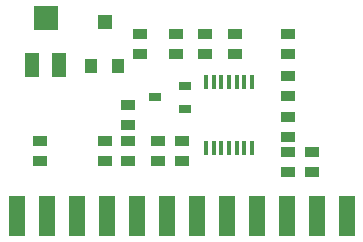
<source format=gbs>
%FSLAX46Y46*%
G04 Gerber Fmt 4.6, Leading zero omitted, Abs format (unit mm)*
G04 Created by KiCad (PCBNEW (2014-09-02 BZR 5112)-product) date 2014-09-07 2:51:26 PM*
%MOMM*%
G01*
G04 APERTURE LIST*
%ADD10C,0.150000*%
%ADD11R,1.000760X0.701040*%
%ADD12R,1.998980X1.998980*%
%ADD13R,1.300480X1.998980*%
%ADD14R,1.143000X0.812800*%
%ADD15R,1.000000X1.250000*%
%ADD16R,1.200000X1.250000*%
%ADD17R,1.350000X3.500000*%
%ADD18R,0.299720X1.300480*%
G04 APERTURE END LIST*
D10*
D11*
X154230000Y-89500000D03*
X156770000Y-90452500D03*
X156770000Y-88547500D03*
D12*
X145000000Y-82751020D03*
D13*
X146150620Y-86748980D03*
X143849380Y-86748980D03*
D14*
X152000000Y-93149100D03*
X152000000Y-94850900D03*
X150000000Y-93149100D03*
X150000000Y-94850900D03*
X156500000Y-93149100D03*
X156500000Y-94850900D03*
X154500000Y-93149100D03*
X154500000Y-94850900D03*
X144500000Y-94850900D03*
X144500000Y-93149100D03*
X167500000Y-94149100D03*
X167500000Y-95850900D03*
X152000000Y-90149100D03*
X152000000Y-91850900D03*
X165500000Y-87649100D03*
X165500000Y-89350900D03*
X158500000Y-85850900D03*
X158500000Y-84149100D03*
X156000000Y-84149100D03*
X156000000Y-85850900D03*
X153000000Y-84149100D03*
X153000000Y-85850900D03*
X161000000Y-84149100D03*
X161000000Y-85850900D03*
X165500000Y-84149100D03*
X165500000Y-85850900D03*
X165500000Y-94149100D03*
X165500000Y-95850900D03*
X165500000Y-91149100D03*
X165500000Y-92850900D03*
D15*
X148850000Y-86850000D03*
X151150000Y-86850000D03*
D16*
X150000000Y-83150000D03*
D17*
X142530000Y-99500000D03*
X145070000Y-99500000D03*
X147610000Y-99500000D03*
X150150000Y-99500000D03*
X152690000Y-99500000D03*
X155230000Y-99500000D03*
X157770000Y-99500000D03*
X160310000Y-99500000D03*
X162850000Y-99500000D03*
X165390000Y-99500000D03*
X167930000Y-99500000D03*
X170470000Y-99500000D03*
D18*
X158569600Y-88206000D03*
X159204600Y-88206000D03*
X159865000Y-88206000D03*
X160500000Y-88206000D03*
X161160400Y-88206000D03*
X161808100Y-88206000D03*
X162455800Y-88206000D03*
X162455800Y-93794000D03*
X161808100Y-93794000D03*
X161160400Y-93794000D03*
X160500000Y-93794000D03*
X159852300Y-93794000D03*
X159204600Y-93794000D03*
X158556900Y-93794000D03*
M02*

</source>
